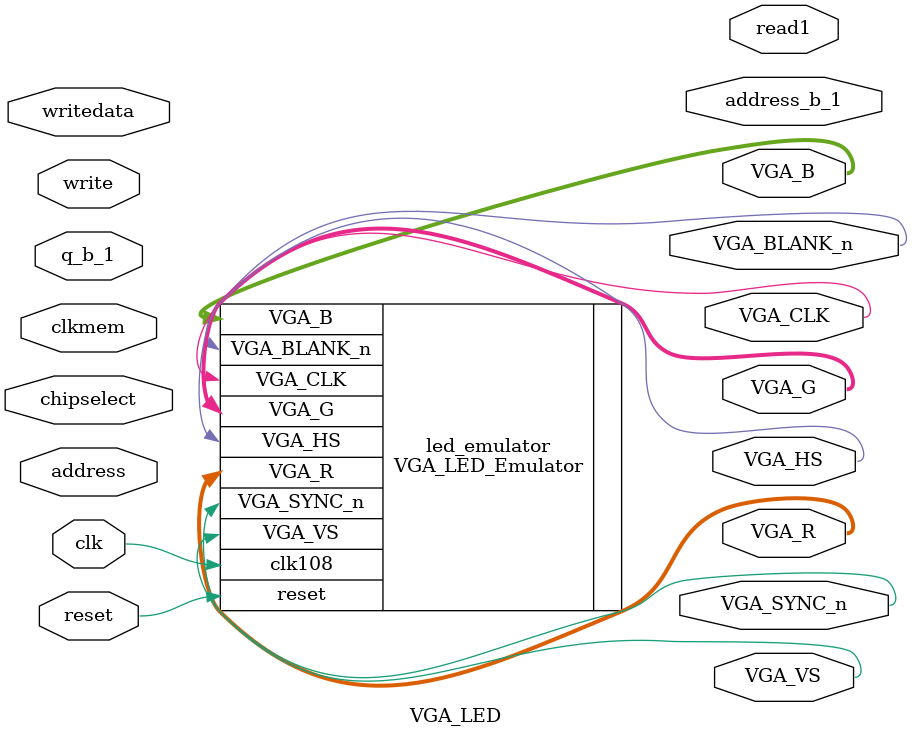
<source format=sv>
/* jco2127 jat2164 */

/*
 * Avalon memory-mapped peripheral for the VGA LED Emulator
 *
 * Stephen A. Edwards
 * Columbia University
 */

module VGA_LED(input logic        clk, clkmem,
	       input logic 	  reset,
	       input logic [31:0]  writedata,
	       input logic 	  write,
			 output logic read1, 
	       input 		  chipselect,
	       input logic [2:0]  address,
			 input logic [19:0] q_b_1, 
			 
			 output logic [15:0] address_b_1, 
	       output logic [7:0] VGA_R, VGA_G, VGA_B,
	       output logic 	  VGA_CLK, VGA_HS, VGA_VS, VGA_BLANK_n,
	       output logic 	  VGA_SYNC_n);

   //VGA_LED_Emulator led_emulator(.clk108(clk), .reset(reset), .*);
	VGA_LED_Emulator led_emulator (.clk108(clk), .reset(reset), .VGA_R(VGA_R), 
											.VGA_G(VGA_G), .VGA_B(VGA_B),
											.VGA_CLK(VGA_CLK), .VGA_HS(VGA_HS), .VGA_VS(VGA_VS), 
											.VGA_BLANK_n(VGA_BLANK_n), .VGA_SYNC_n(VGA_SYNC_n));

	/*
   always_ff @(posedge clk)
		if (reset) begin
			ballX <= 10'd320;
			ballY <= 10'd240;
		end else if (chipselect && write) begin
			ballX <= writedata[9:0];
			ballY <= writedata[25:16];
		end
*/
		endmodule

</source>
